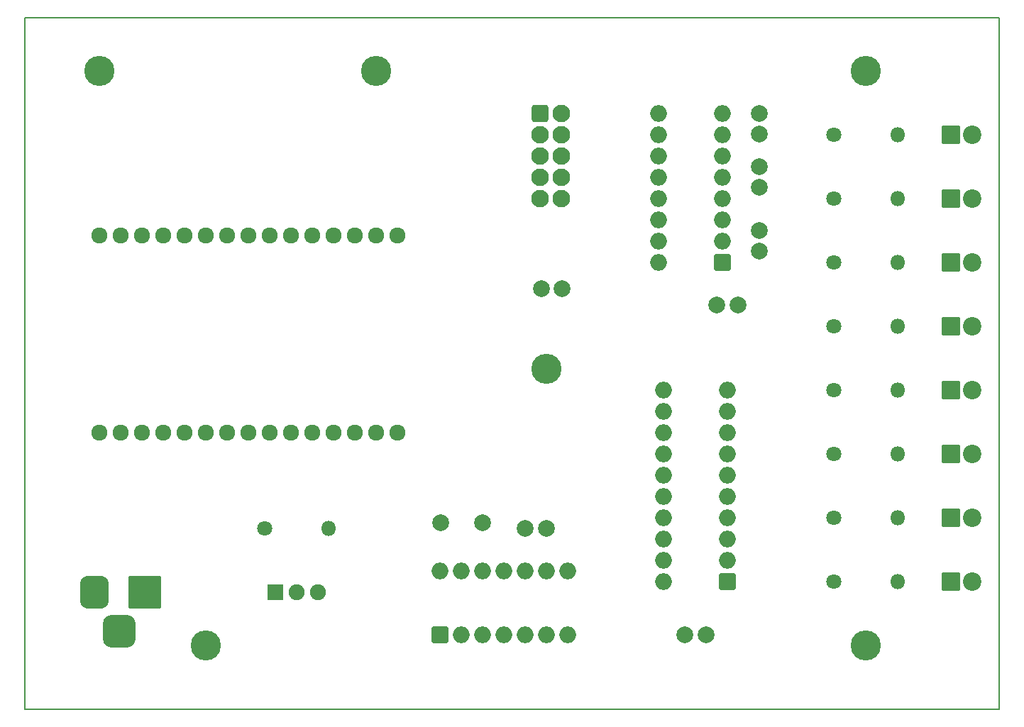
<source format=gbr>
G04 #@! TF.GenerationSoftware,KiCad,Pcbnew,(6.0.5)*
G04 #@! TF.CreationDate,2023-02-13T16:39:57+00:00*
G04 #@! TF.ProjectId,MyRetroWiFiModem,4d795265-7472-46f5-9769-46694d6f6465,1*
G04 #@! TF.SameCoordinates,Original*
G04 #@! TF.FileFunction,Soldermask,Bot*
G04 #@! TF.FilePolarity,Negative*
%FSLAX46Y46*%
G04 Gerber Fmt 4.6, Leading zero omitted, Abs format (unit mm)*
G04 Created by KiCad (PCBNEW (6.0.5)) date 2023-02-13 16:39:57*
%MOMM*%
%LPD*%
G01*
G04 APERTURE LIST*
G04 Aperture macros list*
%AMRoundRect*
0 Rectangle with rounded corners*
0 $1 Rounding radius*
0 $2 $3 $4 $5 $6 $7 $8 $9 X,Y pos of 4 corners*
0 Add a 4 corners polygon primitive as box body*
4,1,4,$2,$3,$4,$5,$6,$7,$8,$9,$2,$3,0*
0 Add four circle primitives for the rounded corners*
1,1,$1+$1,$2,$3*
1,1,$1+$1,$4,$5*
1,1,$1+$1,$6,$7*
1,1,$1+$1,$8,$9*
0 Add four rect primitives between the rounded corners*
20,1,$1+$1,$2,$3,$4,$5,0*
20,1,$1+$1,$4,$5,$6,$7,0*
20,1,$1+$1,$6,$7,$8,$9,0*
20,1,$1+$1,$8,$9,$2,$3,0*%
G04 Aperture macros list end*
G04 #@! TA.AperFunction,Profile*
%ADD10C,0.150000*%
G04 #@! TD*
%ADD11C,2.000000*%
%ADD12C,1.800000*%
%ADD13O,1.800000X1.800000*%
%ADD14C,3.600000*%
%ADD15RoundRect,0.200000X0.800000X0.800000X-0.800000X0.800000X-0.800000X-0.800000X0.800000X-0.800000X0*%
%ADD16O,2.000000X2.000000*%
%ADD17RoundRect,0.450000X-0.600000X-0.600000X0.600000X-0.600000X0.600000X0.600000X-0.600000X0.600000X0*%
%ADD18C,2.100000*%
%ADD19C,1.924000*%
%ADD20RoundRect,0.200000X-0.900000X-0.900000X0.900000X-0.900000X0.900000X0.900000X-0.900000X0.900000X0*%
%ADD21C,2.200000*%
%ADD22RoundRect,0.200000X-0.750000X-0.750000X0.750000X-0.750000X0.750000X0.750000X-0.750000X0.750000X0*%
%ADD23C,1.900000*%
%ADD24RoundRect,0.200000X-1.750000X-1.750000X1.750000X-1.750000X1.750000X1.750000X-1.750000X1.750000X0*%
%ADD25RoundRect,0.950000X-0.750000X-1.000000X0.750000X-1.000000X0.750000X1.000000X-0.750000X1.000000X0*%
%ADD26RoundRect,1.075000X-0.875000X-0.875000X0.875000X-0.875000X0.875000X0.875000X-0.875000X0.875000X0*%
%ADD27RoundRect,0.200000X0.800000X-0.800000X0.800000X0.800000X-0.800000X0.800000X-0.800000X-0.800000X0*%
G04 APERTURE END LIST*
D10*
X107950000Y-44450000D02*
X224155000Y-44450000D01*
X224155000Y-44450000D02*
X224155000Y-127000000D01*
X224155000Y-127000000D02*
X107950000Y-127000000D01*
X107950000Y-127000000D02*
X107950000Y-44450000D01*
D11*
X169545000Y-76835000D03*
X172045000Y-76835000D03*
D12*
X136525000Y-105405000D03*
D13*
X144145000Y-105405000D03*
D12*
X204470000Y-66040000D03*
D13*
X212090000Y-66040000D03*
D11*
X195570000Y-58395000D03*
X195570000Y-55895000D03*
D14*
X129540000Y-119380000D03*
D15*
X191760000Y-111760000D03*
D16*
X191760000Y-109220000D03*
X191760000Y-106680000D03*
X191760000Y-104140000D03*
X191760000Y-101600000D03*
X191760000Y-99060000D03*
X191760000Y-96520000D03*
X191760000Y-93980000D03*
X191760000Y-91440000D03*
X191760000Y-88900000D03*
X184140000Y-88900000D03*
X184140000Y-91440000D03*
X184140000Y-93980000D03*
X184140000Y-96520000D03*
X184140000Y-99060000D03*
X184140000Y-101600000D03*
X184140000Y-104140000D03*
X184140000Y-106680000D03*
X184140000Y-109220000D03*
X184140000Y-111760000D03*
D17*
X169427500Y-55880000D03*
D18*
X171967500Y-55880000D03*
X169427500Y-58420000D03*
X171967500Y-58420000D03*
X169427500Y-60960000D03*
X171967500Y-60960000D03*
X169427500Y-63500000D03*
X171967500Y-63500000D03*
X169427500Y-66040000D03*
X171967500Y-66040000D03*
D12*
X204470000Y-81280000D03*
D13*
X212090000Y-81280000D03*
D12*
X204470000Y-73660000D03*
D13*
X212090000Y-73660000D03*
D19*
X152400000Y-70485000D03*
X149860000Y-70485000D03*
X147320000Y-70485000D03*
X144780000Y-70485000D03*
X142240000Y-70485000D03*
X139700000Y-70485000D03*
X137160000Y-70485000D03*
X134620000Y-70485000D03*
X132080000Y-70485000D03*
X129540000Y-70485000D03*
X127000000Y-70485000D03*
X124460000Y-70485000D03*
X121920000Y-70485000D03*
X119380000Y-70485000D03*
X116840000Y-70485000D03*
X116840000Y-93980000D03*
X119380000Y-93980000D03*
X121920000Y-93980000D03*
X124460000Y-93980000D03*
X127000000Y-93980000D03*
X129540000Y-93980000D03*
X132080000Y-93980000D03*
X134620000Y-93980000D03*
X137160000Y-93980000D03*
X139700000Y-93980000D03*
X142240000Y-93980000D03*
X144780000Y-93980000D03*
X147320000Y-93980000D03*
X149860000Y-93980000D03*
X152400000Y-93980000D03*
D20*
X218440000Y-81280000D03*
D21*
X220980000Y-81280000D03*
D11*
X195580000Y-72370000D03*
X195580000Y-69870000D03*
D12*
X204470000Y-88900000D03*
D13*
X212090000Y-88900000D03*
D20*
X218440000Y-58420000D03*
D21*
X220980000Y-58420000D03*
D22*
X137795000Y-113030000D03*
D23*
X140335000Y-113030000D03*
X142875000Y-113030000D03*
D24*
X122205000Y-113020000D03*
D25*
X116205000Y-113020000D03*
D26*
X119205000Y-117720000D03*
D14*
X116840000Y-50800000D03*
D15*
X191125000Y-73645000D03*
D16*
X191125000Y-71105000D03*
X191125000Y-68565000D03*
X191125000Y-66025000D03*
X191125000Y-63485000D03*
X191125000Y-60945000D03*
X191125000Y-58405000D03*
X191125000Y-55865000D03*
X183505000Y-55865000D03*
X183505000Y-58405000D03*
X183505000Y-60945000D03*
X183505000Y-63485000D03*
X183505000Y-66025000D03*
X183505000Y-68565000D03*
X183505000Y-71105000D03*
X183505000Y-73645000D03*
D11*
X167640000Y-105410000D03*
X170140000Y-105410000D03*
D12*
X204470000Y-58420000D03*
D13*
X212090000Y-58420000D03*
D11*
X190500000Y-78740000D03*
X193000000Y-78740000D03*
D20*
X218440000Y-88900000D03*
D21*
X220980000Y-88900000D03*
D14*
X208280000Y-50800000D03*
D27*
X157480000Y-118100000D03*
D16*
X160020000Y-118100000D03*
X162560000Y-118100000D03*
X165100000Y-118100000D03*
X167640000Y-118100000D03*
X170180000Y-118100000D03*
X172720000Y-118100000D03*
X172720000Y-110480000D03*
X170180000Y-110480000D03*
X167640000Y-110480000D03*
X165100000Y-110480000D03*
X162560000Y-110480000D03*
X160020000Y-110480000D03*
X157480000Y-110480000D03*
D20*
X218440000Y-104140000D03*
D21*
X220980000Y-104140000D03*
D20*
X218440000Y-66040000D03*
D21*
X220980000Y-66040000D03*
D14*
X149860000Y-50800000D03*
D12*
X204470000Y-96520000D03*
D13*
X212090000Y-96520000D03*
D12*
X204470000Y-111760000D03*
D13*
X212090000Y-111760000D03*
D11*
X186710000Y-118110000D03*
X189210000Y-118110000D03*
D20*
X218440000Y-111760000D03*
D21*
X220980000Y-111760000D03*
D14*
X208280000Y-119380000D03*
D11*
X195570000Y-64725000D03*
X195570000Y-62225000D03*
D14*
X170180000Y-86360000D03*
D20*
X218440000Y-73660000D03*
D21*
X220980000Y-73660000D03*
D12*
X204470000Y-104140000D03*
D13*
X212090000Y-104140000D03*
D11*
X157520000Y-104775000D03*
X162520000Y-104775000D03*
D20*
X218440000Y-96520000D03*
D21*
X220980000Y-96520000D03*
M02*

</source>
